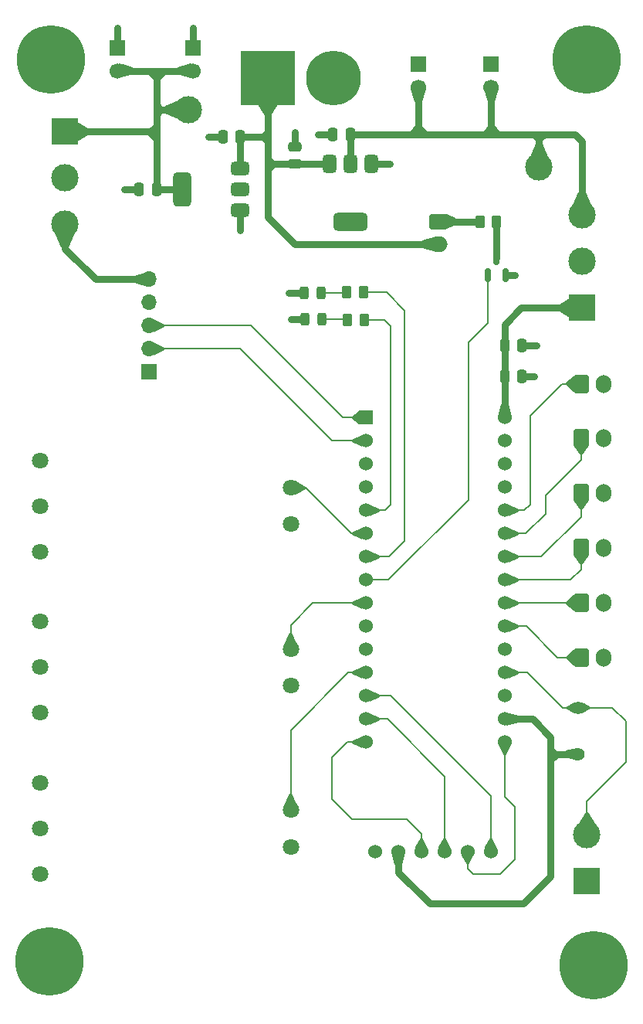
<source format=gbr>
%TF.GenerationSoftware,KiCad,Pcbnew,9.0.4*%
%TF.CreationDate,2025-09-20T14:11:16+05:30*%
%TF.ProjectId,FireSide v2.0,46697265-5369-4646-9520-76322e302e6b,rev?*%
%TF.SameCoordinates,Original*%
%TF.FileFunction,Copper,L1,Top*%
%TF.FilePolarity,Positive*%
%FSLAX46Y46*%
G04 Gerber Fmt 4.6, Leading zero omitted, Abs format (unit mm)*
G04 Created by KiCad (PCBNEW 9.0.4) date 2025-09-20 14:11:16*
%MOMM*%
%LPD*%
G01*
G04 APERTURE LIST*
G04 Aperture macros list*
%AMRoundRect*
0 Rectangle with rounded corners*
0 $1 Rounding radius*
0 $2 $3 $4 $5 $6 $7 $8 $9 X,Y pos of 4 corners*
0 Add a 4 corners polygon primitive as box body*
4,1,4,$2,$3,$4,$5,$6,$7,$8,$9,$2,$3,0*
0 Add four circle primitives for the rounded corners*
1,1,$1+$1,$2,$3*
1,1,$1+$1,$4,$5*
1,1,$1+$1,$6,$7*
1,1,$1+$1,$8,$9*
0 Add four rect primitives between the rounded corners*
20,1,$1+$1,$2,$3,$4,$5,0*
20,1,$1+$1,$4,$5,$6,$7,0*
20,1,$1+$1,$6,$7,$8,$9,0*
20,1,$1+$1,$8,$9,$2,$3,0*%
G04 Aperture macros list end*
%TA.AperFunction,ComponentPad*%
%ADD10C,1.800000*%
%TD*%
%TA.AperFunction,SMDPad,CuDef*%
%ADD11RoundRect,0.250000X0.250000X0.475000X-0.250000X0.475000X-0.250000X-0.475000X0.250000X-0.475000X0*%
%TD*%
%TA.AperFunction,ComponentPad*%
%ADD12C,7.500000*%
%TD*%
%TA.AperFunction,SMDPad,CuDef*%
%ADD13RoundRect,0.250000X0.475000X-0.250000X0.475000X0.250000X-0.475000X0.250000X-0.475000X-0.250000X0*%
%TD*%
%TA.AperFunction,SMDPad,CuDef*%
%ADD14RoundRect,0.375000X-0.375000X0.625000X-0.375000X-0.625000X0.375000X-0.625000X0.375000X0.625000X0*%
%TD*%
%TA.AperFunction,SMDPad,CuDef*%
%ADD15RoundRect,0.500000X-1.400000X0.500000X-1.400000X-0.500000X1.400000X-0.500000X1.400000X0.500000X0*%
%TD*%
%TA.AperFunction,ComponentPad*%
%ADD16RoundRect,0.250000X-0.600000X-0.750000X0.600000X-0.750000X0.600000X0.750000X-0.600000X0.750000X0*%
%TD*%
%TA.AperFunction,ComponentPad*%
%ADD17O,1.700000X2.000000*%
%TD*%
%TA.AperFunction,ComponentPad*%
%ADD18R,1.700000X1.700000*%
%TD*%
%TA.AperFunction,ComponentPad*%
%ADD19C,1.700000*%
%TD*%
%TA.AperFunction,ComponentPad*%
%ADD20RoundRect,0.250000X-0.750000X0.600000X-0.750000X-0.600000X0.750000X-0.600000X0.750000X0.600000X0*%
%TD*%
%TA.AperFunction,ComponentPad*%
%ADD21O,2.000000X1.700000*%
%TD*%
%TA.AperFunction,SMDPad,CuDef*%
%ADD22RoundRect,0.375000X0.625000X0.375000X-0.625000X0.375000X-0.625000X-0.375000X0.625000X-0.375000X0*%
%TD*%
%TA.AperFunction,SMDPad,CuDef*%
%ADD23RoundRect,0.500000X0.500000X1.400000X-0.500000X1.400000X-0.500000X-1.400000X0.500000X-1.400000X0*%
%TD*%
%TA.AperFunction,SMDPad,CuDef*%
%ADD24RoundRect,0.250000X-0.250000X-0.475000X0.250000X-0.475000X0.250000X0.475000X-0.250000X0.475000X0*%
%TD*%
%TA.AperFunction,SMDPad,CuDef*%
%ADD25RoundRect,0.243750X-0.243750X-0.456250X0.243750X-0.456250X0.243750X0.456250X-0.243750X0.456250X0*%
%TD*%
%TA.AperFunction,SMDPad,CuDef*%
%ADD26RoundRect,0.250000X0.262500X0.450000X-0.262500X0.450000X-0.262500X-0.450000X0.262500X-0.450000X0*%
%TD*%
%TA.AperFunction,ComponentPad*%
%ADD27C,1.524000*%
%TD*%
%TA.AperFunction,SMDPad,CuDef*%
%ADD28RoundRect,0.250000X-0.262500X-0.450000X0.262500X-0.450000X0.262500X0.450000X-0.262500X0.450000X0*%
%TD*%
%TA.AperFunction,ComponentPad*%
%ADD29C,1.400000*%
%TD*%
%TA.AperFunction,ComponentPad*%
%ADD30R,1.524000X1.524000*%
%TD*%
%TA.AperFunction,ComponentPad*%
%ADD31R,3.000000X3.000000*%
%TD*%
%TA.AperFunction,ComponentPad*%
%ADD32C,3.000000*%
%TD*%
%TA.AperFunction,ComponentPad*%
%ADD33C,6.000000*%
%TD*%
%TA.AperFunction,ComponentPad*%
%ADD34R,6.000000X6.000000*%
%TD*%
%TA.AperFunction,SMDPad,CuDef*%
%ADD35RoundRect,0.150000X0.150000X-0.587500X0.150000X0.587500X-0.150000X0.587500X-0.150000X-0.587500X0*%
%TD*%
%TA.AperFunction,ComponentPad*%
%ADD36O,1.700000X1.700000*%
%TD*%
%TA.AperFunction,ViaPad*%
%ADD37C,0.600000*%
%TD*%
%TA.AperFunction,Conductor*%
%ADD38C,0.800000*%
%TD*%
%TA.AperFunction,Conductor*%
%ADD39C,0.200000*%
%TD*%
G04 APERTURE END LIST*
D10*
%TO.P,U5,1,GND*%
%TO.N,GND*%
X106500000Y-87180000D03*
%TO.P,U5,2,PWM*%
%TO.N,PWM_D4184-1*%
X106500000Y-83180000D03*
%TO.P,U5,3,-*%
%TO.N,unconnected-(U5---Pad3)*%
X79000000Y-90180000D03*
%TO.P,U5,4,LOAD*%
%TO.N,unconnected-(U5-LOAD-Pad4)*%
X79000000Y-85180000D03*
%TO.P,U5,5,+*%
%TO.N,unconnected-(U5-+-Pad5)*%
X79000000Y-80180000D03*
%TD*%
D11*
%TO.P,C2,1*%
%TO.N,VI*%
X100950000Y-44750000D03*
%TO.P,C2,2*%
%TO.N,GND*%
X99050000Y-44750000D03*
%TD*%
D12*
%TO.P,H2,1,1*%
%TO.N,GND*%
X80050400Y-135100800D03*
%TD*%
%TO.P,H3,1,1*%
%TO.N,GND*%
X80250000Y-36250000D03*
%TD*%
D13*
%TO.P,C3,1*%
%TO.N,VI*%
X106950000Y-47700000D03*
%TO.P,C3,2*%
%TO.N,GND*%
X106950000Y-45800000D03*
%TD*%
D14*
%TO.P,U4,1,GND*%
%TO.N,GND*%
X115350000Y-47700000D03*
%TO.P,U4,2,VO*%
%TO.N,5V*%
X113050000Y-47700000D03*
D15*
X113050000Y-54000000D03*
D14*
%TO.P,U4,3,VI*%
%TO.N,VI*%
X110750000Y-47700000D03*
%TD*%
D16*
%TO.P,J4,1,Pin_1*%
%TO.N,A4*%
X138352799Y-83781199D03*
D17*
%TO.P,J4,2,Pin_2*%
%TO.N,GND*%
X140852799Y-83781199D03*
%TD*%
D18*
%TO.P,J12,1,Pin_1*%
%TO.N,GND*%
X87500000Y-34958563D03*
D19*
%TO.P,J12,2,Pin_2*%
%TO.N,3.3V*%
X87500000Y-37498563D03*
%TD*%
D20*
%TO.P,J10,1,Pin_1*%
%TO.N,Net-(J10-Pin_1)*%
X122750000Y-54000000D03*
D21*
%TO.P,J10,2,Pin_2*%
%TO.N,VI*%
X122750000Y-56500000D03*
%TD*%
D22*
%TO.P,U1,1,GND*%
%TO.N,GND*%
X100941768Y-52760400D03*
%TO.P,U1,2,VO*%
%TO.N,3.3V*%
X100941768Y-50460400D03*
D23*
X94641768Y-50460400D03*
D22*
%TO.P,U1,3,VI*%
%TO.N,VI*%
X100941768Y-48160400D03*
%TD*%
D18*
%TO.P,J8,1,Pin_1*%
%TO.N,GND*%
X120500000Y-36725000D03*
D19*
%TO.P,J8,2,Pin_2*%
%TO.N,5V*%
X120500000Y-39265000D03*
%TD*%
D24*
%TO.P,C6,1*%
%TO.N,5Vin*%
X129989181Y-70987836D03*
%TO.P,C6,2*%
%TO.N,GND*%
X131889181Y-70987836D03*
%TD*%
D25*
%TO.P,D1,1,K*%
%TO.N,GND*%
X107984100Y-61787676D03*
%TO.P,D1,2,A*%
%TO.N,Net-(D1-A)*%
X109859100Y-61787676D03*
%TD*%
D26*
%TO.P,R4,1*%
%TO.N,Net-(Q1-C)*%
X129075000Y-54000000D03*
%TO.P,R4,2*%
%TO.N,Net-(J10-Pin_1)*%
X127250000Y-54000000D03*
%TD*%
D11*
%TO.P,C4,1*%
%TO.N,3.3V*%
X91791212Y-50463737D03*
%TO.P,C4,2*%
%TO.N,GND*%
X89891212Y-50463737D03*
%TD*%
D12*
%TO.P,H1,1,1*%
%TO.N,GND*%
X139750000Y-135500000D03*
%TD*%
D16*
%TO.P,J5,1,Pin_1*%
%TO.N,A5*%
X138352799Y-77781199D03*
D17*
%TO.P,J5,2,Pin_2*%
%TO.N,GND*%
X140852799Y-77781199D03*
%TD*%
D27*
%TO.P,U8,1,CS*%
%TO.N,CS_SD*%
X128450000Y-123000000D03*
%TO.P,U8,2,SCK*%
%TO.N,SCK_SD*%
X125910000Y-123000000D03*
%TO.P,U8,3,MOSI*%
%TO.N,MOSI_SD*%
X123370000Y-123000000D03*
%TO.P,U8,4,MISO*%
%TO.N,MISO_SD*%
X120830000Y-123000000D03*
%TO.P,U8,5,VCC*%
%TO.N,3.3V_STM*%
X118290000Y-123000000D03*
%TO.P,U8,6,GND*%
%TO.N,GND*%
X115750000Y-123000000D03*
%TD*%
D28*
%TO.P,R3,1*%
%TO.N,Net-(D2-A)*%
X112750000Y-64750000D03*
%TO.P,R3,2*%
%TO.N,LAUNCH_LED*%
X114575000Y-64750000D03*
%TD*%
D25*
%TO.P,D2,1,K*%
%TO.N,GND*%
X108021777Y-64703033D03*
%TO.P,D2,2,A*%
%TO.N,Net-(D2-A)*%
X109896777Y-64703033D03*
%TD*%
D10*
%TO.P,U7,1,GND*%
%TO.N,GND*%
X106500000Y-122500000D03*
%TO.P,U7,2,PWM*%
%TO.N,PWM_D4184-3*%
X106500000Y-118500000D03*
%TO.P,U7,3,-*%
%TO.N,unconnected-(U7---Pad3)*%
X79000000Y-125500000D03*
%TO.P,U7,4,LOAD*%
%TO.N,unconnected-(U7-LOAD-Pad4)*%
X79000000Y-120500000D03*
%TO.P,U7,5,+*%
%TO.N,unconnected-(U7-+-Pad5)*%
X79000000Y-115500000D03*
%TD*%
D29*
%TO.P,R2,1*%
%TO.N,3.3V_STM*%
X138050400Y-112350800D03*
%TO.P,R2,2*%
%TO.N,A_THERM*%
X138050400Y-107270800D03*
%TD*%
D11*
%TO.P,C1,1*%
%TO.N,5V*%
X113046508Y-44460665D03*
%TO.P,C1,2*%
%TO.N,GND*%
X111146508Y-44460665D03*
%TD*%
D30*
%TO.P,U9,CN3_1,PA9/D1*%
%TO.N,RX_RYLR*%
X114750000Y-75500000D03*
D27*
%TO.P,U9,CN3_2,PA10/D0*%
%TO.N,TX_RYLR*%
X114750000Y-78040000D03*
%TO.P,U9,CN3_3,~{RST}_CN3*%
%TO.N,unconnected-(U9-~{RST}_CN3-PadCN3_3)*%
X114750000Y-80580000D03*
%TO.P,U9,CN3_4,GND_CN3*%
%TO.N,GND*%
X114750000Y-83120000D03*
%TO.P,U9,CN3_5,PA12/D2*%
%TO.N,LAUNCH_LED*%
X114750000Y-85660000D03*
%TO.P,U9,CN3_6,PB0/D3*%
%TO.N,PWM_D4184-1*%
X114750000Y-88200000D03*
%TO.P,U9,CN3_7,PB7/D4*%
%TO.N,ARM_LED*%
X114750000Y-90740000D03*
%TO.P,U9,CN3_8,PB6/D5*%
%TO.N,STATUS_PIN*%
X114750000Y-93280000D03*
%TO.P,U9,CN3_9,PB1/D6*%
%TO.N,PWM_D4184-2*%
X114750000Y-95820000D03*
%TO.P,U9,CN3_10,PC14/D7*%
%TO.N,unconnected-(U9-PC14{slash}D7-PadCN3_10)*%
X114750000Y-98360000D03*
%TO.P,U9,CN3_11,PC15/D8*%
%TO.N,unconnected-(U9-PC15{slash}D8-PadCN3_11)*%
X114750000Y-100900000D03*
%TO.P,U9,CN3_12,PA8/D9*%
%TO.N,PWM_D4184-3*%
X114750000Y-103440000D03*
%TO.P,U9,CN3_13,PA11/D10*%
%TO.N,CS_SD*%
X114750000Y-105980000D03*
%TO.P,U9,CN3_14,PB5/D11*%
%TO.N,MOSI_SD*%
X114750000Y-108520000D03*
%TO.P,U9,CN3_15,PB4/D12*%
%TO.N,MISO_SD*%
X114750000Y-111060000D03*
%TO.P,U9,CN4_1,VIN*%
%TO.N,5Vin*%
X129990000Y-75500000D03*
%TO.P,U9,CN4_2,GND_CN4*%
%TO.N,unconnected-(U9-GND_CN4-PadCN4_2)*%
X129990000Y-78040000D03*
%TO.P,U9,CN4_3,~{RST}_CN4*%
%TO.N,unconnected-(U9-~{RST}_CN4-PadCN4_3)*%
X129990000Y-80580000D03*
%TO.P,U9,CN4_4,+5V*%
%TO.N,unconnected-(U9-+5V-PadCN4_4)*%
X129990000Y-83120000D03*
%TO.P,U9,CN4_5,PA2/A7*%
%TO.N,A6*%
X129990000Y-85660000D03*
%TO.P,U9,CN4_6,PA7/A6*%
%TO.N,A5*%
X129990000Y-88200000D03*
%TO.P,U9,CN4_7,PA6/A5*%
%TO.N,A4*%
X129990000Y-90740000D03*
%TO.P,U9,CN4_8,PA5/A4*%
%TO.N,A3*%
X129990000Y-93280000D03*
%TO.P,U9,CN4_9,PA4/A3*%
%TO.N,A2*%
X129990000Y-95820000D03*
%TO.P,U9,CN4_10,PA3/A2*%
%TO.N,A1*%
X129990000Y-98360000D03*
%TO.P,U9,CN4_11,PA1/A1*%
%TO.N,unconnected-(U9-PA1{slash}A1-PadCN4_11)*%
X129990000Y-100900000D03*
%TO.P,U9,CN4_12,PA0/A0*%
%TO.N,A_THERM*%
X129990000Y-103440000D03*
%TO.P,U9,CN4_13,AREF*%
%TO.N,unconnected-(U9-AREF-PadCN4_13)*%
X129990000Y-105980000D03*
%TO.P,U9,CN4_14,+3V3*%
%TO.N,3.3V_STM*%
X129990000Y-108520000D03*
%TO.P,U9,CN4_15,PB3/D13*%
%TO.N,SCK_SD*%
X129990000Y-111060000D03*
%TD*%
D31*
%TO.P,J14,1,Pin_1*%
%TO.N,GND*%
X139000000Y-126250000D03*
D32*
%TO.P,J14,2,Pin_2*%
%TO.N,A_THERM*%
X139000000Y-121170000D03*
%TD*%
D18*
%TO.P,J7,1,Pin_1*%
%TO.N,GND*%
X128500000Y-36725000D03*
D19*
%TO.P,J7,2,Pin_2*%
%TO.N,5V*%
X128500000Y-39265000D03*
%TD*%
D10*
%TO.P,U6,1,GND*%
%TO.N,GND*%
X106500000Y-104840000D03*
%TO.P,U6,2,PWM*%
%TO.N,PWM_D4184-2*%
X106500000Y-100840000D03*
%TO.P,U6,3,-*%
%TO.N,unconnected-(U6---Pad3)*%
X79000000Y-107840000D03*
%TO.P,U6,4,LOAD*%
%TO.N,unconnected-(U6-LOAD-Pad4)*%
X79000000Y-102840000D03*
%TO.P,U6,5,+*%
%TO.N,unconnected-(U6-+-Pad5)*%
X79000000Y-97840000D03*
%TD*%
D18*
%TO.P,J11,1,Pin_1*%
%TO.N,GND*%
X95750000Y-34960000D03*
D19*
%TO.P,J11,2,Pin_2*%
%TO.N,3.3V*%
X95750000Y-37500000D03*
%TD*%
D24*
%TO.P,C5,1*%
%TO.N,5Vin*%
X129993152Y-67558421D03*
%TO.P,C5,2*%
%TO.N,GND*%
X131893152Y-67558421D03*
%TD*%
D16*
%TO.P,J2,1,Pin_1*%
%TO.N,A2*%
X138352799Y-95781199D03*
D17*
%TO.P,J2,2,Pin_2*%
%TO.N,GND*%
X140852799Y-95781199D03*
%TD*%
D33*
%TO.P,U3,N,NEG*%
%TO.N,GND*%
X111200000Y-38312500D03*
D34*
%TO.P,U3,P,POS*%
%TO.N,VI*%
X104000000Y-38312500D03*
%TD*%
D32*
%TO.P,TP2,1,1*%
%TO.N,3.3V*%
X95250000Y-41750000D03*
%TD*%
D28*
%TO.P,R1,1*%
%TO.N,Net-(D1-A)*%
X112675000Y-61750000D03*
%TO.P,R1,2*%
%TO.N,ARM_LED*%
X114500000Y-61750000D03*
%TD*%
D16*
%TO.P,J1,1,Pin_1*%
%TO.N,A1*%
X138352799Y-101781199D03*
D17*
%TO.P,J1,2,Pin_2*%
%TO.N,GND*%
X140852799Y-101781199D03*
%TD*%
D32*
%TO.P,TP1,1,1*%
%TO.N,5V*%
X133750000Y-48000000D03*
%TD*%
D12*
%TO.P,H4,1,1*%
%TO.N,GND*%
X139000000Y-36250000D03*
%TD*%
D16*
%TO.P,J6,1,Pin_1*%
%TO.N,A6*%
X138352799Y-71781199D03*
D17*
%TO.P,J6,2,Pin_2*%
%TO.N,GND*%
X140852799Y-71781199D03*
%TD*%
D31*
%TO.P,J13,1,Pin_1*%
%TO.N,5Vin*%
X138477718Y-63464391D03*
D32*
%TO.P,J13,2,Pin_2*%
%TO.N,GND*%
X138477718Y-58384391D03*
%TO.P,J13,3,Pin_3*%
%TO.N,5V*%
X138477718Y-53304391D03*
%TD*%
D16*
%TO.P,J3,1,Pin_1*%
%TO.N,A3*%
X138352799Y-89781199D03*
D17*
%TO.P,J3,2,Pin_2*%
%TO.N,GND*%
X140852799Y-89781199D03*
%TD*%
D31*
%TO.P,J9,1,Pin_1*%
%TO.N,3.3V*%
X81750000Y-44170000D03*
D32*
%TO.P,J9,2,Pin_2*%
%TO.N,GND*%
X81750000Y-49250000D03*
%TO.P,J9,3,Pin_3*%
%TO.N,3.3Vin*%
X81750000Y-54330000D03*
%TD*%
D35*
%TO.P,Q1,1,B*%
%TO.N,STATUS_PIN*%
X128134612Y-59850250D03*
%TO.P,Q1,2,E*%
%TO.N,GND*%
X130034612Y-59850250D03*
%TO.P,Q1,3,C*%
%TO.N,Net-(Q1-C)*%
X129084612Y-57975250D03*
%TD*%
D36*
%TO.P,U2,1,VDD*%
%TO.N,3.3Vin*%
X91000000Y-60340000D03*
%TO.P,U2,2,RST*%
%TO.N,unconnected-(U2-RST-Pad2)*%
X91000000Y-62880000D03*
%TO.P,U2,3,RXD*%
%TO.N,RX_RYLR*%
X91000000Y-65420000D03*
%TO.P,U2,4,TXD*%
%TO.N,TX_RYLR*%
X91000000Y-67960000D03*
D18*
%TO.P,U2,5,GND*%
%TO.N,GND*%
X91000000Y-70500000D03*
%TD*%
D37*
%TO.N,GND*%
X131100250Y-59850250D03*
X109539335Y-44460665D03*
X106287676Y-61787676D03*
X106546967Y-64703033D03*
X95750000Y-32823462D03*
X106950000Y-44250000D03*
X88286263Y-50463737D03*
X133250000Y-71000000D03*
X87500000Y-32823463D03*
X97500000Y-44750000D03*
X100941768Y-54941768D03*
X117367769Y-47700000D03*
X133441579Y-67558421D03*
%TD*%
D38*
%TO.N,GND*%
X87500000Y-34958563D02*
X87500000Y-32823463D01*
X115350000Y-47700000D02*
X117367769Y-47700000D01*
X89891212Y-50463737D02*
X88286263Y-50463737D01*
X106950000Y-45800000D02*
X106950000Y-44250000D01*
X130034612Y-59850250D02*
X131100250Y-59850250D01*
X99050000Y-44750000D02*
X97500000Y-44750000D01*
X131893152Y-67558421D02*
X133441579Y-67558421D01*
X108021777Y-64703033D02*
X106546967Y-64703033D01*
X95750000Y-34960000D02*
X95750000Y-32823462D01*
X107984100Y-61787676D02*
X106287676Y-61787676D01*
X111146508Y-44460665D02*
X109539335Y-44460665D01*
X131889181Y-70987836D02*
X133237836Y-70987836D01*
X100941768Y-52760400D02*
X100941768Y-54941768D01*
%TO.N,5V*%
X134500000Y-44460665D02*
X137710665Y-44460665D01*
X113050000Y-44464157D02*
X113046508Y-44460665D01*
X128500000Y-44460665D02*
X129250000Y-44460665D01*
X128500000Y-43750000D02*
X128460665Y-43750000D01*
X120539335Y-43750000D02*
X121250000Y-44460665D01*
X128460665Y-43750000D02*
X127750000Y-44460665D01*
X113046508Y-44460665D02*
X119750000Y-44460665D01*
X120460665Y-43750000D02*
X119750000Y-44460665D01*
X120500000Y-43750000D02*
X120500000Y-44460665D01*
X120500000Y-39265000D02*
X120500000Y-43750000D01*
X129250000Y-44460665D02*
X133250000Y-44460665D01*
X133250000Y-44460665D02*
X133250000Y-44500000D01*
X113050000Y-47700000D02*
X113050000Y-44464157D01*
X138477718Y-45227718D02*
X138477718Y-53304391D01*
X133250000Y-44460665D02*
X133750000Y-44460665D01*
X133250000Y-44500000D02*
X133750000Y-45000000D01*
X134289335Y-44460665D02*
X133750000Y-45000000D01*
X134500000Y-44460665D02*
X134289335Y-44460665D01*
X121250000Y-44460665D02*
X127750000Y-44460665D01*
X137710665Y-44460665D02*
X138477718Y-45227718D01*
X120500000Y-43750000D02*
X120539335Y-43750000D01*
X127750000Y-44460665D02*
X128500000Y-44460665D01*
X128500000Y-43750000D02*
X128539335Y-43750000D01*
X120500000Y-44460665D02*
X121250000Y-44460665D01*
X128500000Y-43750000D02*
X128500000Y-44460665D01*
X119750000Y-44460665D02*
X120500000Y-44460665D01*
X133750000Y-45000000D02*
X133750000Y-44460665D01*
X138475472Y-53306637D02*
X138477718Y-53304391D01*
X128500000Y-39265000D02*
X128500000Y-43750000D01*
X133750000Y-48000000D02*
X133750000Y-45000000D01*
X133750000Y-44460665D02*
X134500000Y-44460665D01*
X128539335Y-43750000D02*
X129250000Y-44460665D01*
X120500000Y-43750000D02*
X120460665Y-43750000D01*
%TO.N,VI*%
X104500000Y-47750000D02*
X104000000Y-48250000D01*
X103500000Y-44750000D02*
X100950000Y-44750000D01*
X104000000Y-44750000D02*
X104000000Y-45500000D01*
X104000000Y-47250000D02*
X104000000Y-47750000D01*
X104000000Y-44250000D02*
X103500000Y-44750000D01*
X104000000Y-38312500D02*
X104000000Y-44000000D01*
X106950000Y-47700000D02*
X104500000Y-47700000D01*
X104000000Y-47250000D02*
X104050000Y-47250000D01*
X100950000Y-48152168D02*
X100941768Y-48160400D01*
X104050000Y-47250000D02*
X104500000Y-47700000D01*
X100950000Y-44750000D02*
X100950000Y-48152168D01*
X122750000Y-56500000D02*
X107000000Y-56500000D01*
X104000000Y-47750000D02*
X104000000Y-48250000D01*
X104000000Y-44000000D02*
X104000000Y-44250000D01*
X104000000Y-46250000D02*
X104000000Y-46750000D01*
X104000000Y-44750000D02*
X103500000Y-44750000D01*
X104050000Y-47700000D02*
X104000000Y-47750000D01*
X103500000Y-44750000D02*
X104000000Y-45250000D01*
X104000000Y-44000000D02*
X104000000Y-44750000D01*
X104000000Y-45250000D02*
X104000000Y-45500000D01*
X107000000Y-56500000D02*
X104000000Y-53500000D01*
X104000000Y-45500000D02*
X104000000Y-46250000D01*
X104500000Y-47700000D02*
X104050000Y-47700000D01*
X104000000Y-46750000D02*
X104000000Y-47250000D01*
X104500000Y-47700000D02*
X104500000Y-47750000D01*
X104000000Y-53500000D02*
X104000000Y-48250000D01*
X106950000Y-47700000D02*
X110750000Y-47700000D01*
D39*
%TO.N,A1*%
X135781199Y-101781199D02*
X138352799Y-101781199D01*
X132360000Y-98360000D02*
X135781199Y-101781199D01*
X129990000Y-98360000D02*
X132360000Y-98360000D01*
%TO.N,A2*%
X138313998Y-95820000D02*
X138352799Y-95781199D01*
X129990000Y-95820000D02*
X138313998Y-95820000D01*
%TO.N,A3*%
X138352799Y-92147201D02*
X137220000Y-93280000D01*
X137220000Y-93280000D02*
X129990000Y-93280000D01*
X138352799Y-92147201D02*
X138352799Y-92000000D01*
X138352799Y-92000000D02*
X138352799Y-89781199D01*
%TO.N,A4*%
X138343198Y-83790800D02*
X138352799Y-83781199D01*
X138352799Y-86397201D02*
X138352799Y-83781199D01*
X134010000Y-90740000D02*
X129990000Y-90740000D01*
X138352799Y-86397201D02*
X134010000Y-90740000D01*
%TO.N,A5*%
X138352799Y-77781199D02*
X138352799Y-80147201D01*
X138352799Y-80147201D02*
X134500000Y-84000000D01*
X134500000Y-86000000D02*
X132300000Y-88200000D01*
X132300000Y-88200000D02*
X129990000Y-88200000D01*
X134500000Y-84000000D02*
X134500000Y-86000000D01*
D38*
%TO.N,3.3V*%
X95250000Y-41750000D02*
X92250000Y-41750000D01*
X91000000Y-37498563D02*
X91750000Y-37498563D01*
X92542649Y-37498563D02*
X91791212Y-38250000D01*
X91039775Y-37498563D02*
X91791212Y-38250000D01*
X91791212Y-50463737D02*
X94638431Y-50463737D01*
X91791212Y-41250000D02*
X91791212Y-38250000D01*
X87500000Y-37498563D02*
X91000000Y-37498563D01*
X92750000Y-37498563D02*
X92542649Y-37498563D01*
X92750000Y-37498563D02*
X95748563Y-37498563D01*
X92250000Y-41750000D02*
X92250000Y-41791212D01*
X91791212Y-45000000D02*
X91791212Y-44250000D01*
X90750000Y-44170000D02*
X91121212Y-44170000D01*
X91791212Y-41250000D02*
X91791212Y-41291212D01*
X91791212Y-37539775D02*
X91750000Y-37498563D01*
X92250000Y-41750000D02*
X91791212Y-41750000D01*
X91121212Y-44170000D02*
X91791212Y-43500000D01*
X91791212Y-43500000D02*
X91791212Y-42250000D01*
X91791212Y-41750000D02*
X91791212Y-41250000D01*
X92250000Y-41791212D02*
X91791212Y-42250000D01*
X81750000Y-44170000D02*
X90750000Y-44170000D01*
X91711212Y-44170000D02*
X91791212Y-44250000D01*
X90750000Y-44170000D02*
X90961212Y-44170000D01*
X91791212Y-38250000D02*
X91791212Y-37539775D01*
X91791212Y-42250000D02*
X91791212Y-41750000D01*
X91791212Y-41291212D02*
X92250000Y-41750000D01*
X91000000Y-37498563D02*
X91039775Y-37498563D01*
X91791212Y-50463737D02*
X91791212Y-45000000D01*
X95748563Y-37498563D02*
X95750000Y-37500000D01*
X90750000Y-44170000D02*
X91711212Y-44170000D01*
X91750000Y-37498563D02*
X92750000Y-37498563D01*
X90961212Y-44170000D02*
X91791212Y-45000000D01*
X94638431Y-50463737D02*
X94641768Y-50460400D01*
X91791212Y-44250000D02*
X91791212Y-43500000D01*
D39*
%TO.N,CS_SD*%
X117480000Y-105980000D02*
X114750000Y-105980000D01*
X128450000Y-123000000D02*
X128450000Y-116950000D01*
X128450000Y-116950000D02*
X117480000Y-105980000D01*
%TO.N,PWM_D4184-2*%
X106500000Y-98250000D02*
X108930000Y-95820000D01*
X108930000Y-95820000D02*
X114750000Y-95820000D01*
X106500000Y-100840000D02*
X106500000Y-98250000D01*
%TO.N,RX_RYLR*%
X112250000Y-75500000D02*
X114750000Y-75500000D01*
X91000000Y-65420000D02*
X102170000Y-65420000D01*
X102170000Y-65420000D02*
X112250000Y-75500000D01*
%TO.N,TX_RYLR*%
X111040000Y-78040000D02*
X114750000Y-78040000D01*
X91000000Y-67960000D02*
X100960000Y-67960000D01*
X100960000Y-67960000D02*
X111040000Y-78040000D01*
%TO.N,MOSI_SD*%
X114750000Y-108520000D02*
X117082075Y-108520000D01*
X123370000Y-114807925D02*
X123370000Y-123000000D01*
X117082075Y-108520000D02*
X123370000Y-114807925D01*
%TO.N,SCK_SD*%
X131125000Y-123875000D02*
X129500000Y-125500000D01*
X129990000Y-111060000D02*
X129990000Y-116990000D01*
X129500000Y-125500000D02*
X126500000Y-125500000D01*
X131125000Y-118125000D02*
X131125000Y-123875000D01*
X129990000Y-116990000D02*
X131125000Y-118125000D01*
X125910000Y-124910000D02*
X125910000Y-123000000D01*
X126500000Y-125500000D02*
X125910000Y-124910000D01*
%TO.N,MISO_SD*%
X114750000Y-111060000D02*
X112690000Y-111060000D01*
X112690000Y-111060000D02*
X111000000Y-112750000D01*
X119250000Y-119500000D02*
X120830000Y-121080000D01*
X113250000Y-119500000D02*
X119250000Y-119500000D01*
X111000000Y-117250000D02*
X113250000Y-119500000D01*
X111000000Y-112750000D02*
X111000000Y-117250000D01*
X120830000Y-121080000D02*
X120830000Y-123000000D01*
%TO.N,PWM_D4184-1*%
X106500000Y-83180000D02*
X108132924Y-83180000D01*
X113152924Y-88200000D02*
X114750000Y-88200000D01*
X108132924Y-83180000D02*
X113152924Y-88200000D01*
%TO.N,PWM_D4184-3*%
X106500000Y-109750000D02*
X112810000Y-103440000D01*
X112810000Y-103440000D02*
X114750000Y-103440000D01*
X106500000Y-118500000D02*
X106500000Y-109750000D01*
D38*
%TO.N,5Vin*%
X131785609Y-63464391D02*
X129993152Y-65256848D01*
X129993152Y-70983865D02*
X129989181Y-70987836D01*
X129993152Y-67558421D02*
X129993152Y-70983865D01*
X129989181Y-75499181D02*
X129990000Y-75500000D01*
X129993152Y-65256848D02*
X129993152Y-67558421D01*
X129989181Y-70987836D02*
X129989181Y-75499181D01*
X138477718Y-63464391D02*
X131785609Y-63464391D01*
D39*
%TO.N,A6*%
X132090000Y-85660000D02*
X129990000Y-85660000D01*
X136218801Y-71781199D02*
X132750000Y-75250000D01*
X138352799Y-71781199D02*
X136218801Y-71781199D01*
X132750000Y-75250000D02*
X132750000Y-85000000D01*
X132750000Y-85000000D02*
X132090000Y-85660000D01*
%TO.N,A_THERM*%
X139000000Y-121170000D02*
X139000000Y-117500000D01*
X139000000Y-117500000D02*
X143250000Y-113250000D01*
X136316800Y-107270800D02*
X138050400Y-107270800D01*
X143250000Y-113250000D02*
X143250000Y-108750000D01*
X132486000Y-103440000D02*
X136316800Y-107270800D01*
X143250000Y-108750000D02*
X141770800Y-107270800D01*
X141770800Y-107270800D02*
X138050400Y-107270800D01*
X129990000Y-103440000D02*
X132486000Y-103440000D01*
D38*
%TO.N,Net-(J10-Pin_1)*%
X122750000Y-54000000D02*
X127250000Y-54000000D01*
%TO.N,3.3V_STM*%
X135000000Y-110500000D02*
X135000000Y-111750000D01*
X135500000Y-112350800D02*
X135500000Y-112500000D01*
X135500000Y-112500000D02*
X135000000Y-113000000D01*
X135000000Y-113000000D02*
X135000000Y-125750000D01*
X135000000Y-112250000D02*
X135000000Y-113000000D01*
X118290000Y-125290000D02*
X118290000Y-123000000D01*
X133020000Y-108520000D02*
X135000000Y-110500000D01*
X132000000Y-128750000D02*
X121750000Y-128750000D01*
X138050400Y-112350800D02*
X135500000Y-112350800D01*
X129990000Y-108520000D02*
X133020000Y-108520000D01*
X135000000Y-111850800D02*
X135500000Y-112350800D01*
X121750000Y-128750000D02*
X118290000Y-125290000D01*
X135000000Y-111750000D02*
X135000000Y-112250000D01*
X135000000Y-111750000D02*
X135000000Y-111850800D01*
X135500000Y-112350800D02*
X135100800Y-112350800D01*
X135100800Y-112350800D02*
X135000000Y-112250000D01*
X135000000Y-125750000D02*
X132000000Y-128750000D01*
%TO.N,3.3Vin*%
X81750000Y-57000000D02*
X85090000Y-60340000D01*
X85090000Y-60340000D02*
X91000000Y-60340000D01*
X81750000Y-54330000D02*
X81750000Y-57000000D01*
D39*
%TO.N,Net-(D1-A)*%
X109859100Y-61787676D02*
X112637324Y-61787676D01*
X112637324Y-61787676D02*
X112675000Y-61750000D01*
X112412676Y-61787676D02*
X112425000Y-61800000D01*
%TO.N,Net-(D2-A)*%
X109896777Y-64703033D02*
X112703033Y-64703033D01*
X112402641Y-64703033D02*
X112414382Y-64691292D01*
X112703033Y-64703033D02*
X112750000Y-64750000D01*
%TO.N,ARM_LED*%
X119000000Y-89000000D02*
X117260000Y-90740000D01*
X119000000Y-63750000D02*
X119000000Y-89000000D01*
X114500000Y-61750000D02*
X117000000Y-61750000D01*
X117000000Y-61750000D02*
X119000000Y-63750000D01*
X117260000Y-90740000D02*
X114750000Y-90740000D01*
%TO.N,LAUNCH_LED*%
X117500000Y-85000000D02*
X116840000Y-85660000D01*
X117500000Y-65500000D02*
X117500000Y-85000000D01*
X114575000Y-64750000D02*
X116750000Y-64750000D01*
X116840000Y-85660000D02*
X114750000Y-85660000D01*
X116750000Y-64750000D02*
X117500000Y-65500000D01*
D38*
%TO.N,Net-(Q1-C)*%
X129075000Y-57965638D02*
X129084612Y-57975250D01*
X129075000Y-54000000D02*
X129075000Y-57965638D01*
D39*
%TO.N,STATUS_PIN*%
X117220000Y-93280000D02*
X114750000Y-93280000D01*
X126000000Y-84500000D02*
X117220000Y-93280000D01*
X126000000Y-67250000D02*
X126000000Y-84500000D01*
X128134612Y-59850250D02*
X128134612Y-65115388D01*
X128134612Y-65115388D02*
X126000000Y-67250000D01*
%TD*%
%TA.AperFunction,Conductor*%
%TO.N,A_THERM*%
G36*
X137667158Y-106697216D02*
G01*
X138047037Y-107264288D01*
X138048795Y-107273069D01*
X138047037Y-107277312D01*
X137667158Y-107844383D01*
X137659707Y-107849349D01*
X137652348Y-107848406D01*
X136670460Y-107373993D01*
X136664502Y-107367308D01*
X136663850Y-107363458D01*
X136663850Y-107178141D01*
X136667277Y-107169868D01*
X136670458Y-107167606D01*
X137652348Y-106693192D01*
X137661288Y-106692680D01*
X137667158Y-106697216D01*
G37*
%TD.AperFunction*%
%TD*%
%TA.AperFunction,Conductor*%
%TO.N,CS_SD*%
G36*
X115182527Y-105350931D02*
G01*
X116252817Y-105876786D01*
X116258732Y-105883510D01*
X116259358Y-105887287D01*
X116259358Y-106072712D01*
X116255931Y-106080985D01*
X116252817Y-106083213D01*
X115182530Y-106609067D01*
X115173594Y-106609640D01*
X115167650Y-106605077D01*
X114753359Y-105986509D01*
X114751603Y-105977730D01*
X114753358Y-105973492D01*
X115167651Y-105354921D01*
X115175101Y-105349955D01*
X115182527Y-105350931D01*
G37*
%TD.AperFunction*%
%TD*%
%TA.AperFunction,Conductor*%
%TO.N,PWM_D4184-2*%
G36*
X106601077Y-99060720D02*
G01*
X106603246Y-99063715D01*
X107243652Y-100330747D01*
X107244326Y-100339677D01*
X107239719Y-100345747D01*
X106506509Y-100836642D01*
X106497728Y-100838397D01*
X106493491Y-100836642D01*
X105760280Y-100345747D01*
X105755312Y-100338297D01*
X105756347Y-100330747D01*
X106396754Y-99063715D01*
X106403544Y-99057877D01*
X106407196Y-99057293D01*
X106592804Y-99057293D01*
X106601077Y-99060720D01*
G37*
%TD.AperFunction*%
%TD*%
%TA.AperFunction,Conductor*%
%TO.N,3.3V*%
G36*
X87678024Y-36668381D02*
G01*
X88070683Y-36780568D01*
X89175181Y-37096138D01*
X89182195Y-37101706D01*
X89183667Y-37107388D01*
X89183667Y-37889737D01*
X89180240Y-37898010D01*
X89175181Y-37900987D01*
X87678024Y-38328744D01*
X87669128Y-38327722D01*
X87663560Y-38320708D01*
X87663340Y-38319804D01*
X87499459Y-37500856D01*
X87499459Y-37496267D01*
X87663338Y-36677333D01*
X87668321Y-36669895D01*
X87677106Y-36668158D01*
X87678024Y-36668381D01*
G37*
%TD.AperFunction*%
%TD*%
%TA.AperFunction,Conductor*%
%TO.N,SCK_SD*%
G36*
X129996507Y-111063358D02*
G01*
X130615077Y-111477650D01*
X130620044Y-111485101D01*
X130619067Y-111492530D01*
X130093214Y-112562817D01*
X130086490Y-112568732D01*
X130082713Y-112569358D01*
X129897287Y-112569358D01*
X129889014Y-112565931D01*
X129886786Y-112562817D01*
X129360931Y-111492528D01*
X129360359Y-111483594D01*
X129364920Y-111477651D01*
X129983490Y-111063359D01*
X129992270Y-111061603D01*
X129996507Y-111063358D01*
G37*
%TD.AperFunction*%
%TD*%
%TA.AperFunction,Conductor*%
%TO.N,VI*%
G36*
X104010464Y-38343277D02*
G01*
X104011100Y-38344811D01*
X104998298Y-41307394D01*
X104997662Y-41316326D01*
X104997231Y-41317113D01*
X104403408Y-42306820D01*
X104396213Y-42312151D01*
X104393375Y-42312500D01*
X103606625Y-42312500D01*
X103598352Y-42309073D01*
X103596592Y-42306820D01*
X103002768Y-41317113D01*
X103001450Y-41308255D01*
X103001701Y-41307394D01*
X103988900Y-38344811D01*
X103994767Y-38338046D01*
X104003699Y-38337410D01*
X104010464Y-38343277D01*
G37*
%TD.AperFunction*%
%TD*%
%TA.AperFunction,Conductor*%
%TO.N,LAUNCH_LED*%
G36*
X115182527Y-85030931D02*
G01*
X116252817Y-85556786D01*
X116258732Y-85563510D01*
X116259358Y-85567287D01*
X116259358Y-85752712D01*
X116255931Y-85760985D01*
X116252817Y-85763213D01*
X115182530Y-86289067D01*
X115173594Y-86289640D01*
X115167650Y-86285077D01*
X114753359Y-85666509D01*
X114751603Y-85657730D01*
X114753358Y-85653492D01*
X115167651Y-85034921D01*
X115175101Y-85029955D01*
X115182527Y-85030931D01*
G37*
%TD.AperFunction*%
%TD*%
%TA.AperFunction,Conductor*%
%TO.N,A_THERM*%
G36*
X138448451Y-106693193D02*
G01*
X138670194Y-106800331D01*
X139430340Y-107167606D01*
X139436298Y-107174291D01*
X139436950Y-107178141D01*
X139436950Y-107363458D01*
X139433523Y-107371731D01*
X139430340Y-107373993D01*
X138448451Y-107848406D01*
X138439511Y-107848919D01*
X138433641Y-107844383D01*
X138053761Y-107277311D01*
X138052004Y-107268531D01*
X138053762Y-107264288D01*
X138433642Y-106697215D01*
X138441092Y-106692250D01*
X138448451Y-106693193D01*
G37*
%TD.AperFunction*%
%TD*%
%TA.AperFunction,Conductor*%
%TO.N,RX_RYLR*%
G36*
X91481457Y-64717869D02*
G01*
X92677207Y-65316764D01*
X92683069Y-65323533D01*
X92683667Y-65327225D01*
X92683667Y-65512774D01*
X92680240Y-65521047D01*
X92677207Y-65523235D01*
X91481458Y-66122129D01*
X91472526Y-66122770D01*
X91466496Y-66118178D01*
X91003359Y-65426510D01*
X91001604Y-65417729D01*
X91003359Y-65413490D01*
X91466497Y-64721820D01*
X91473947Y-64716854D01*
X91481457Y-64717869D01*
G37*
%TD.AperFunction*%
%TD*%
%TA.AperFunction,Conductor*%
%TO.N,A2*%
G36*
X137526746Y-94957787D02*
G01*
X138345743Y-95773179D01*
X138349188Y-95781444D01*
X138346014Y-95789482D01*
X137544825Y-96642049D01*
X137536662Y-96645731D01*
X137528851Y-96643060D01*
X136657051Y-95923509D01*
X136652852Y-95915600D01*
X136652799Y-95914486D01*
X136652799Y-95725253D01*
X136656226Y-95716980D01*
X136656726Y-95716509D01*
X137510720Y-94957333D01*
X137519178Y-94954398D01*
X137526746Y-94957787D01*
G37*
%TD.AperFunction*%
%TD*%
%TA.AperFunction,Conductor*%
%TO.N,3.3V_STM*%
G36*
X130150592Y-107775688D02*
G01*
X131490552Y-108117752D01*
X131497720Y-108123118D01*
X131499358Y-108129088D01*
X131499358Y-108910911D01*
X131495931Y-108919184D01*
X131490552Y-108922247D01*
X130150604Y-109264308D01*
X130141740Y-109263034D01*
X130136374Y-109255866D01*
X130136238Y-109255269D01*
X130069100Y-108920000D01*
X129989459Y-108522292D01*
X129989459Y-108517707D01*
X130136238Y-107784729D01*
X130141222Y-107777290D01*
X130150007Y-107775555D01*
X130150592Y-107775688D01*
G37*
%TD.AperFunction*%
%TD*%
%TA.AperFunction,Conductor*%
%TO.N,CS_SD*%
G36*
X128550986Y-121494069D02*
G01*
X128553214Y-121497183D01*
X129079067Y-122567469D01*
X129079640Y-122576405D01*
X129075077Y-122582349D01*
X128456511Y-122996639D01*
X128447730Y-122998396D01*
X128443489Y-122996639D01*
X127824922Y-122582349D01*
X127819955Y-122574898D01*
X127820931Y-122567472D01*
X128346786Y-121497182D01*
X128353510Y-121491268D01*
X128357287Y-121490642D01*
X128542713Y-121490642D01*
X128550986Y-121494069D01*
G37*
%TD.AperFunction*%
%TD*%
%TA.AperFunction,Conductor*%
%TO.N,5Vin*%
G36*
X130388371Y-73994069D02*
G01*
X130391433Y-73999442D01*
X130734300Y-75339391D01*
X130733031Y-75348255D01*
X130725865Y-75353626D01*
X130725262Y-75353763D01*
X129992297Y-75500540D01*
X129987703Y-75500540D01*
X129254723Y-75353760D01*
X129247283Y-75348776D01*
X129245548Y-75339991D01*
X129245673Y-75339439D01*
X129586937Y-73999454D01*
X129592300Y-73992283D01*
X129598275Y-73990642D01*
X130380098Y-73990642D01*
X130388371Y-73994069D01*
G37*
%TD.AperFunction*%
%TD*%
%TA.AperFunction,Conductor*%
%TO.N,PWM_D4184-3*%
G36*
X114332349Y-102814922D02*
G01*
X114746639Y-103433489D01*
X114748396Y-103442270D01*
X114746639Y-103446511D01*
X114332349Y-104065077D01*
X114324898Y-104070044D01*
X114317469Y-104069067D01*
X114029853Y-103927755D01*
X113247183Y-103543213D01*
X113241268Y-103536489D01*
X113240642Y-103532712D01*
X113240642Y-103347287D01*
X113244069Y-103339014D01*
X113247181Y-103336786D01*
X114317471Y-102810931D01*
X114326405Y-102810359D01*
X114332349Y-102814922D01*
G37*
%TD.AperFunction*%
%TD*%
%TA.AperFunction,Conductor*%
%TO.N,MOSI_SD*%
G36*
X123470986Y-121494069D02*
G01*
X123473214Y-121497183D01*
X123999067Y-122567469D01*
X123999640Y-122576405D01*
X123995077Y-122582349D01*
X123376511Y-122996639D01*
X123367730Y-122998396D01*
X123363489Y-122996639D01*
X122744922Y-122582349D01*
X122739955Y-122574898D01*
X122740931Y-122567472D01*
X123266786Y-121497182D01*
X123273510Y-121491268D01*
X123277287Y-121490642D01*
X123462713Y-121490642D01*
X123470986Y-121494069D01*
G37*
%TD.AperFunction*%
%TD*%
%TA.AperFunction,Conductor*%
%TO.N,3.3V*%
G36*
X95580878Y-36670834D02*
G01*
X95586440Y-36677853D01*
X95586660Y-36678761D01*
X95750540Y-37497704D01*
X95750540Y-37502296D01*
X95586664Y-38321217D01*
X95581680Y-38328657D01*
X95572895Y-38330394D01*
X95571967Y-38330168D01*
X94074809Y-37900992D01*
X94067800Y-37895418D01*
X94066333Y-37889745D01*
X94066333Y-37107396D01*
X94069760Y-37099123D01*
X94074826Y-37096144D01*
X95571983Y-36669804D01*
X95580878Y-36670834D01*
G37*
%TD.AperFunction*%
%TD*%
%TA.AperFunction,Conductor*%
%TO.N,A2*%
G36*
X130422527Y-95190931D02*
G01*
X131492817Y-95716786D01*
X131498732Y-95723510D01*
X131499358Y-95727287D01*
X131499358Y-95912712D01*
X131495931Y-95920985D01*
X131492817Y-95923213D01*
X130422530Y-96449067D01*
X130413594Y-96449640D01*
X130407650Y-96445077D01*
X129993359Y-95826509D01*
X129991603Y-95817730D01*
X129993358Y-95813492D01*
X130407651Y-95194921D01*
X130415101Y-95189955D01*
X130422527Y-95190931D01*
G37*
%TD.AperFunction*%
%TD*%
%TA.AperFunction,Conductor*%
%TO.N,MISO_SD*%
G36*
X120930986Y-121494069D02*
G01*
X120933214Y-121497183D01*
X121459067Y-122567469D01*
X121459640Y-122576405D01*
X121455077Y-122582349D01*
X120836511Y-122996639D01*
X120827730Y-122998396D01*
X120823489Y-122996639D01*
X120204922Y-122582349D01*
X120199955Y-122574898D01*
X120200931Y-122567472D01*
X120726786Y-121497182D01*
X120733510Y-121491268D01*
X120737287Y-121490642D01*
X120922713Y-121490642D01*
X120930986Y-121494069D01*
G37*
%TD.AperFunction*%
%TD*%
%TA.AperFunction,Conductor*%
%TO.N,A5*%
G36*
X130422527Y-87570931D02*
G01*
X131492817Y-88096786D01*
X131498732Y-88103510D01*
X131499358Y-88107287D01*
X131499358Y-88292712D01*
X131495931Y-88300985D01*
X131492817Y-88303213D01*
X130422530Y-88829067D01*
X130413594Y-88829640D01*
X130407650Y-88825077D01*
X129993359Y-88206509D01*
X129991603Y-88197730D01*
X129993358Y-88193492D01*
X130407651Y-87574921D01*
X130415101Y-87569955D01*
X130422527Y-87570931D01*
G37*
%TD.AperFunction*%
%TD*%
%TA.AperFunction,Conductor*%
%TO.N,SCK_SD*%
G36*
X125916507Y-123003358D02*
G01*
X126535077Y-123417650D01*
X126540044Y-123425101D01*
X126539067Y-123432530D01*
X126013214Y-124502817D01*
X126006490Y-124508732D01*
X126002713Y-124509358D01*
X125817287Y-124509358D01*
X125809014Y-124505931D01*
X125806786Y-124502817D01*
X125280931Y-123432528D01*
X125280359Y-123423594D01*
X125284920Y-123417651D01*
X125903490Y-123003359D01*
X125912270Y-123001603D01*
X125916507Y-123003358D01*
G37*
%TD.AperFunction*%
%TD*%
%TA.AperFunction,Conductor*%
%TO.N,ARM_LED*%
G36*
X115182527Y-90110931D02*
G01*
X116252817Y-90636786D01*
X116258732Y-90643510D01*
X116259358Y-90647287D01*
X116259358Y-90832712D01*
X116255931Y-90840985D01*
X116252817Y-90843213D01*
X115182530Y-91369067D01*
X115173594Y-91369640D01*
X115167650Y-91365077D01*
X114753359Y-90746509D01*
X114751603Y-90737730D01*
X114753358Y-90733492D01*
X115167651Y-90114921D01*
X115175101Y-90109955D01*
X115182527Y-90110931D01*
G37*
%TD.AperFunction*%
%TD*%
%TA.AperFunction,Conductor*%
%TO.N,PWM_D4184-1*%
G36*
X107009552Y-82437384D02*
G01*
X108238661Y-83172788D01*
X108296671Y-83207497D01*
X108302011Y-83214685D01*
X108300704Y-83223544D01*
X108298937Y-83225810D01*
X108169504Y-83355243D01*
X108166374Y-83357479D01*
X107009198Y-83923827D01*
X107000261Y-83924386D01*
X106994329Y-83919821D01*
X106503642Y-83185799D01*
X106501894Y-83177019D01*
X106503647Y-83172790D01*
X106993826Y-82440913D01*
X107001277Y-82435947D01*
X107009552Y-82437384D01*
G37*
%TD.AperFunction*%
%TD*%
%TA.AperFunction,Conductor*%
%TO.N,TX_RYLR*%
G36*
X91481457Y-67257869D02*
G01*
X92677207Y-67856764D01*
X92683069Y-67863533D01*
X92683667Y-67867225D01*
X92683667Y-68052774D01*
X92680240Y-68061047D01*
X92677207Y-68063235D01*
X91481458Y-68662129D01*
X91472526Y-68662770D01*
X91466496Y-68658178D01*
X91003359Y-67966510D01*
X91001604Y-67957729D01*
X91003359Y-67953490D01*
X91466497Y-67261820D01*
X91473947Y-67256854D01*
X91481457Y-67257869D01*
G37*
%TD.AperFunction*%
%TD*%
%TA.AperFunction,Conductor*%
%TO.N,MOSI_SD*%
G36*
X115182527Y-107890931D02*
G01*
X116252817Y-108416786D01*
X116258732Y-108423510D01*
X116259358Y-108427287D01*
X116259358Y-108612712D01*
X116255931Y-108620985D01*
X116252817Y-108623213D01*
X115182530Y-109149067D01*
X115173594Y-109149640D01*
X115167650Y-109145077D01*
X114753359Y-108526509D01*
X114751603Y-108517730D01*
X114753358Y-108513492D01*
X115167651Y-107894921D01*
X115175101Y-107889955D01*
X115182527Y-107890931D01*
G37*
%TD.AperFunction*%
%TD*%
%TA.AperFunction,Conductor*%
%TO.N,RX_RYLR*%
G36*
X113995710Y-74745700D02*
G01*
X114644571Y-75393710D01*
X114742710Y-75491721D01*
X114746142Y-75499992D01*
X114742721Y-75508268D01*
X114742710Y-75508279D01*
X113995712Y-76254298D01*
X113987436Y-76257719D01*
X113979771Y-76254851D01*
X113979134Y-76254298D01*
X113881551Y-76169520D01*
X113230027Y-75603498D01*
X113226029Y-75595486D01*
X113226000Y-75594666D01*
X113226000Y-75405333D01*
X113229427Y-75397060D01*
X113230019Y-75396508D01*
X113979773Y-74745147D01*
X113988264Y-74742309D01*
X113995710Y-74745700D01*
G37*
%TD.AperFunction*%
%TD*%
%TA.AperFunction,Conductor*%
%TO.N,A4*%
G36*
X138360310Y-83789453D02*
G01*
X138361765Y-83790908D01*
X138823152Y-84341986D01*
X139123688Y-84700944D01*
X139126371Y-84709487D01*
X139124153Y-84715372D01*
X138456305Y-85626416D01*
X138448650Y-85631063D01*
X138446869Y-85631199D01*
X138258729Y-85631199D01*
X138250456Y-85627772D01*
X138249293Y-85626416D01*
X137581444Y-84715372D01*
X137579316Y-84706674D01*
X137581908Y-84700945D01*
X138343829Y-83790912D01*
X138351767Y-83786770D01*
X138360310Y-83789453D01*
G37*
%TD.AperFunction*%
%TD*%
%TA.AperFunction,Conductor*%
%TO.N,3.3Vin*%
G36*
X90830871Y-59510840D02*
G01*
X90836439Y-59517854D01*
X90836662Y-59518772D01*
X91000540Y-60337704D01*
X91000540Y-60342296D01*
X90836662Y-61161227D01*
X90831678Y-61168667D01*
X90822893Y-61170404D01*
X90821975Y-61170181D01*
X89324819Y-60742424D01*
X89317805Y-60736856D01*
X89316333Y-60731174D01*
X89316333Y-59948825D01*
X89319760Y-59940552D01*
X89324817Y-59937575D01*
X90821975Y-59509818D01*
X90830871Y-59510840D01*
G37*
%TD.AperFunction*%
%TD*%
%TA.AperFunction,Conductor*%
%TO.N,PWM_D4184-3*%
G36*
X106601077Y-116720720D02*
G01*
X106603246Y-116723715D01*
X107243652Y-117990747D01*
X107244326Y-117999677D01*
X107239719Y-118005747D01*
X106506509Y-118496642D01*
X106497728Y-118498397D01*
X106493491Y-118496642D01*
X105760280Y-118005747D01*
X105755312Y-117998297D01*
X105756347Y-117990747D01*
X106396754Y-116723715D01*
X106403544Y-116717877D01*
X106407196Y-116717293D01*
X106592804Y-116717293D01*
X106601077Y-116720720D01*
G37*
%TD.AperFunction*%
%TD*%
%TA.AperFunction,Conductor*%
%TO.N,5Vin*%
G36*
X136983878Y-62468495D02*
G01*
X138464102Y-63454654D01*
X138469087Y-63462093D01*
X138467352Y-63470878D01*
X138464102Y-63474128D01*
X136983878Y-64460286D01*
X136975093Y-64462021D01*
X136971371Y-64460582D01*
X135983398Y-63867799D01*
X135978067Y-63860604D01*
X135977718Y-63857766D01*
X135977718Y-63071016D01*
X135981145Y-63062743D01*
X135983398Y-63060983D01*
X136971371Y-62468199D01*
X136980229Y-62466881D01*
X136983878Y-62468495D01*
G37*
%TD.AperFunction*%
%TD*%
%TA.AperFunction,Conductor*%
%TO.N,PWM_D4184-1*%
G36*
X114332349Y-87574922D02*
G01*
X114746639Y-88193489D01*
X114748396Y-88202270D01*
X114746639Y-88206511D01*
X114332349Y-88825077D01*
X114324898Y-88830044D01*
X114317469Y-88829067D01*
X114029853Y-88687755D01*
X113247183Y-88303213D01*
X113241268Y-88296489D01*
X113240642Y-88292712D01*
X113240642Y-88107287D01*
X113244069Y-88099014D01*
X113247181Y-88096786D01*
X114317471Y-87570931D01*
X114326405Y-87570359D01*
X114332349Y-87574922D01*
G37*
%TD.AperFunction*%
%TD*%
%TA.AperFunction,Conductor*%
%TO.N,5V*%
G36*
X121321228Y-39428337D02*
G01*
X121328667Y-39433321D01*
X121330404Y-39442106D01*
X121330181Y-39443024D01*
X120902425Y-40940181D01*
X120896857Y-40947195D01*
X120891175Y-40948667D01*
X120108825Y-40948667D01*
X120100552Y-40945240D01*
X120097575Y-40940181D01*
X119669818Y-39443024D01*
X119670840Y-39434128D01*
X119677854Y-39428560D01*
X119678753Y-39428341D01*
X120497706Y-39264459D01*
X120502294Y-39264459D01*
X121321228Y-39428337D01*
G37*
%TD.AperFunction*%
%TD*%
%TA.AperFunction,Conductor*%
%TO.N,3.3V*%
G36*
X83256346Y-43173808D02*
G01*
X84244320Y-43766592D01*
X84249651Y-43773787D01*
X84250000Y-43776625D01*
X84250000Y-44563375D01*
X84246573Y-44571648D01*
X84244320Y-44573408D01*
X83256346Y-45166191D01*
X83247488Y-45167509D01*
X83243839Y-45165895D01*
X81763615Y-44179737D01*
X81758630Y-44172298D01*
X81760365Y-44163513D01*
X81763615Y-44160263D01*
X83243840Y-43174103D01*
X83252624Y-43172369D01*
X83256346Y-43173808D01*
G37*
%TD.AperFunction*%
%TD*%
%TA.AperFunction,Conductor*%
%TO.N,5V*%
G36*
X138878311Y-50820651D02*
G01*
X138880773Y-50824270D01*
X139474718Y-52194300D01*
X139474864Y-52203254D01*
X139472655Y-52206808D01*
X138486390Y-53295815D01*
X138478297Y-53299647D01*
X138469864Y-53296633D01*
X138469046Y-53295815D01*
X137482780Y-52206808D01*
X137479766Y-52198375D01*
X137480716Y-52194302D01*
X138074663Y-50824269D01*
X138081098Y-50818043D01*
X138085398Y-50817224D01*
X138870038Y-50817224D01*
X138878311Y-50820651D01*
G37*
%TD.AperFunction*%
%TD*%
%TA.AperFunction,Conductor*%
%TO.N,A1*%
G36*
X130422527Y-97730931D02*
G01*
X131492817Y-98256786D01*
X131498732Y-98263510D01*
X131499358Y-98267287D01*
X131499358Y-98452712D01*
X131495931Y-98460985D01*
X131492817Y-98463213D01*
X130422530Y-98989067D01*
X130413594Y-98989640D01*
X130407650Y-98985077D01*
X129993359Y-98366509D01*
X129991603Y-98357730D01*
X129993358Y-98353492D01*
X130407651Y-97734921D01*
X130415101Y-97729955D01*
X130422527Y-97730931D01*
G37*
%TD.AperFunction*%
%TD*%
%TA.AperFunction,Conductor*%
%TO.N,3.3V_STM*%
G36*
X137910942Y-111668428D02*
G01*
X137916131Y-111675727D01*
X137916199Y-111676042D01*
X138050939Y-112348501D01*
X138050939Y-112353099D01*
X137916199Y-113025557D01*
X137911214Y-113032995D01*
X137902428Y-113034730D01*
X137902113Y-113034662D01*
X136672936Y-112752882D01*
X136665637Y-112747693D01*
X136663850Y-112741478D01*
X136663850Y-111960121D01*
X136667277Y-111951848D01*
X136672936Y-111948717D01*
X137902114Y-111666937D01*
X137910942Y-111668428D01*
G37*
%TD.AperFunction*%
%TD*%
%TA.AperFunction,Conductor*%
%TO.N,3.3V_STM*%
G36*
X119025269Y-123146238D02*
G01*
X119032709Y-123151222D01*
X119034444Y-123160007D01*
X119034308Y-123160604D01*
X118692248Y-124500552D01*
X118686882Y-124507720D01*
X118680912Y-124509358D01*
X117899088Y-124509358D01*
X117890815Y-124505931D01*
X117887752Y-124500552D01*
X117545691Y-123160604D01*
X117546965Y-123151740D01*
X117554133Y-123146374D01*
X117554716Y-123146241D01*
X118287708Y-122999459D01*
X118292292Y-122999459D01*
X119025269Y-123146238D01*
G37*
%TD.AperFunction*%
%TD*%
%TA.AperFunction,Conductor*%
%TO.N,A6*%
G36*
X137532394Y-70939065D02*
G01*
X138252846Y-71677698D01*
X138345831Y-71773030D01*
X138349154Y-71781345D01*
X138345831Y-71789368D01*
X137532396Y-72623331D01*
X137524166Y-72626861D01*
X137516390Y-72624032D01*
X136656869Y-71884699D01*
X136652832Y-71876706D01*
X136652799Y-71875829D01*
X136652799Y-71686568D01*
X136656226Y-71678295D01*
X136656869Y-71677698D01*
X137516391Y-70938364D01*
X137524897Y-70935568D01*
X137532394Y-70939065D01*
G37*
%TD.AperFunction*%
%TD*%
%TA.AperFunction,Conductor*%
%TO.N,A3*%
G36*
X138360310Y-89789453D02*
G01*
X138361765Y-89790908D01*
X138823152Y-90341986D01*
X139123688Y-90700944D01*
X139126371Y-90709487D01*
X139124153Y-90715372D01*
X138456305Y-91626416D01*
X138448650Y-91631063D01*
X138446869Y-91631199D01*
X138258729Y-91631199D01*
X138250456Y-91627772D01*
X138249293Y-91626416D01*
X137581444Y-90715372D01*
X137579316Y-90706674D01*
X137581908Y-90700945D01*
X138343829Y-89790912D01*
X138351767Y-89786770D01*
X138360310Y-89789453D01*
G37*
%TD.AperFunction*%
%TD*%
%TA.AperFunction,Conductor*%
%TO.N,5V*%
G36*
X129321228Y-39428337D02*
G01*
X129328667Y-39433321D01*
X129330404Y-39442106D01*
X129330181Y-39443024D01*
X128902425Y-40940181D01*
X128896857Y-40947195D01*
X128891175Y-40948667D01*
X128108825Y-40948667D01*
X128100552Y-40945240D01*
X128097575Y-40940181D01*
X127669818Y-39443024D01*
X127670840Y-39434128D01*
X127677854Y-39428560D01*
X127678753Y-39428341D01*
X128497706Y-39264459D01*
X128502294Y-39264459D01*
X129321228Y-39428337D01*
G37*
%TD.AperFunction*%
%TD*%
%TA.AperFunction,Conductor*%
%TO.N,3.3Vin*%
G36*
X81757854Y-54337757D02*
G01*
X81758672Y-54338575D01*
X82744937Y-55427582D01*
X82747951Y-55436015D01*
X82747000Y-55440090D01*
X82153055Y-56810121D01*
X82146620Y-56816348D01*
X82142320Y-56817167D01*
X81357680Y-56817167D01*
X81349407Y-56813740D01*
X81346945Y-56810121D01*
X80752999Y-55440090D01*
X80752853Y-55431136D01*
X80755060Y-55427584D01*
X81741328Y-54338574D01*
X81749421Y-54334743D01*
X81757854Y-54337757D01*
G37*
%TD.AperFunction*%
%TD*%
%TA.AperFunction,Conductor*%
%TO.N,A5*%
G36*
X138360310Y-77789453D02*
G01*
X138361765Y-77790908D01*
X138823152Y-78341986D01*
X139123688Y-78700944D01*
X139126371Y-78709487D01*
X139124153Y-78715372D01*
X138456305Y-79626416D01*
X138448650Y-79631063D01*
X138446869Y-79631199D01*
X138258729Y-79631199D01*
X138250456Y-79627772D01*
X138249293Y-79626416D01*
X137581444Y-78715372D01*
X137579316Y-78706674D01*
X137581908Y-78700945D01*
X138343829Y-77790912D01*
X138351767Y-77786770D01*
X138360310Y-77789453D01*
G37*
%TD.AperFunction*%
%TD*%
%TA.AperFunction,Conductor*%
%TO.N,PWM_D4184-2*%
G36*
X114332349Y-95194922D02*
G01*
X114746639Y-95813489D01*
X114748396Y-95822270D01*
X114746639Y-95826511D01*
X114332349Y-96445077D01*
X114324898Y-96450044D01*
X114317469Y-96449067D01*
X114029853Y-96307755D01*
X113247183Y-95923213D01*
X113241268Y-95916489D01*
X113240642Y-95912712D01*
X113240642Y-95727287D01*
X113244069Y-95719014D01*
X113247181Y-95716786D01*
X114317471Y-95190931D01*
X114326405Y-95190359D01*
X114332349Y-95194922D01*
G37*
%TD.AperFunction*%
%TD*%
%TA.AperFunction,Conductor*%
%TO.N,TX_RYLR*%
G36*
X114332349Y-77414922D02*
G01*
X114746639Y-78033489D01*
X114748396Y-78042270D01*
X114746639Y-78046511D01*
X114332349Y-78665077D01*
X114324898Y-78670044D01*
X114317469Y-78669067D01*
X114029853Y-78527755D01*
X113247183Y-78143213D01*
X113241268Y-78136489D01*
X113240642Y-78132712D01*
X113240642Y-77947287D01*
X113244069Y-77939014D01*
X113247181Y-77936786D01*
X114317471Y-77410931D01*
X114326405Y-77410359D01*
X114332349Y-77414922D01*
G37*
%TD.AperFunction*%
%TD*%
%TA.AperFunction,Conductor*%
%TO.N,MISO_SD*%
G36*
X114332349Y-110434922D02*
G01*
X114746639Y-111053489D01*
X114748396Y-111062270D01*
X114746639Y-111066511D01*
X114332349Y-111685077D01*
X114324898Y-111690044D01*
X114317469Y-111689067D01*
X114029853Y-111547755D01*
X113247183Y-111163213D01*
X113241268Y-111156489D01*
X113240642Y-111152712D01*
X113240642Y-110967287D01*
X113244069Y-110959014D01*
X113247181Y-110956786D01*
X114317471Y-110430931D01*
X114326405Y-110430359D01*
X114332349Y-110434922D01*
G37*
%TD.AperFunction*%
%TD*%
%TA.AperFunction,Conductor*%
%TO.N,A3*%
G36*
X130422527Y-92650931D02*
G01*
X131492817Y-93176786D01*
X131498732Y-93183510D01*
X131499358Y-93187287D01*
X131499358Y-93372712D01*
X131495931Y-93380985D01*
X131492817Y-93383213D01*
X130422530Y-93909067D01*
X130413594Y-93909640D01*
X130407650Y-93905077D01*
X129993359Y-93286509D01*
X129991603Y-93277730D01*
X129993358Y-93273492D01*
X130407651Y-92654921D01*
X130415101Y-92649955D01*
X130422527Y-92650931D01*
G37*
%TD.AperFunction*%
%TD*%
%TA.AperFunction,Conductor*%
%TO.N,5V*%
G36*
X134150593Y-45516260D02*
G01*
X134153055Y-45519879D01*
X134747000Y-46889909D01*
X134747146Y-46898863D01*
X134744937Y-46902417D01*
X133758672Y-47991424D01*
X133750579Y-47995256D01*
X133742146Y-47992242D01*
X133741328Y-47991424D01*
X132755062Y-46902417D01*
X132752048Y-46893984D01*
X132752998Y-46889911D01*
X133346945Y-45519878D01*
X133353380Y-45513652D01*
X133357680Y-45512833D01*
X134142320Y-45512833D01*
X134150593Y-45516260D01*
G37*
%TD.AperFunction*%
%TD*%
%TA.AperFunction,Conductor*%
%TO.N,A6*%
G36*
X130422527Y-85030931D02*
G01*
X131492817Y-85556786D01*
X131498732Y-85563510D01*
X131499358Y-85567287D01*
X131499358Y-85752712D01*
X131495931Y-85760985D01*
X131492817Y-85763213D01*
X130422530Y-86289067D01*
X130413594Y-86289640D01*
X130407650Y-86285077D01*
X129993359Y-85666509D01*
X129991603Y-85657730D01*
X129993358Y-85653492D01*
X130407651Y-85034921D01*
X130415101Y-85029955D01*
X130422527Y-85030931D01*
G37*
%TD.AperFunction*%
%TD*%
%TA.AperFunction,Conductor*%
%TO.N,A1*%
G36*
X137532394Y-100939065D02*
G01*
X138252846Y-101677698D01*
X138345831Y-101773030D01*
X138349154Y-101781345D01*
X138345831Y-101789368D01*
X137532396Y-102623331D01*
X137524166Y-102626861D01*
X137516390Y-102624032D01*
X136656869Y-101884699D01*
X136652832Y-101876706D01*
X136652799Y-101875829D01*
X136652799Y-101686568D01*
X136656226Y-101678295D01*
X136656869Y-101677698D01*
X137516391Y-100938364D01*
X137524897Y-100935568D01*
X137532394Y-100939065D01*
G37*
%TD.AperFunction*%
%TD*%
%TA.AperFunction,Conductor*%
%TO.N,A_THERM*%
G36*
X130422527Y-102810931D02*
G01*
X131492817Y-103336786D01*
X131498732Y-103343510D01*
X131499358Y-103347287D01*
X131499358Y-103532712D01*
X131495931Y-103540985D01*
X131492817Y-103543213D01*
X130422530Y-104069067D01*
X130413594Y-104069640D01*
X130407650Y-104065077D01*
X129993359Y-103446509D01*
X129991603Y-103437730D01*
X129993358Y-103433492D01*
X130407651Y-102814921D01*
X130415101Y-102809955D01*
X130422527Y-102810931D01*
G37*
%TD.AperFunction*%
%TD*%
%TA.AperFunction,Conductor*%
%TO.N,3.3V*%
G36*
X94152417Y-40755062D02*
G01*
X95241424Y-41741328D01*
X95245256Y-41749421D01*
X95242242Y-41757854D01*
X95241424Y-41758672D01*
X94152417Y-42744937D01*
X94143984Y-42747951D01*
X94139909Y-42747000D01*
X92769879Y-42153054D01*
X92763652Y-42146619D01*
X92762833Y-42142319D01*
X92762833Y-41357680D01*
X92766260Y-41349407D01*
X92769877Y-41346946D01*
X94139910Y-40752998D01*
X94148863Y-40752853D01*
X94152417Y-40755062D01*
G37*
%TD.AperFunction*%
%TD*%
%TA.AperFunction,Conductor*%
%TO.N,Net-(J10-Pin_1)*%
G36*
X123602877Y-53172122D02*
G01*
X124592914Y-53596959D01*
X124599165Y-53603371D01*
X124600000Y-53607711D01*
X124600000Y-54392288D01*
X124596573Y-54400561D01*
X124592914Y-54403040D01*
X123602880Y-54827876D01*
X123593926Y-54827989D01*
X123590071Y-54825474D01*
X123159655Y-54403040D01*
X122757506Y-54008348D01*
X122754003Y-54000109D01*
X122757352Y-53991805D01*
X122757466Y-53991690D01*
X123590072Y-53174524D01*
X123598375Y-53171176D01*
X123602877Y-53172122D01*
G37*
%TD.AperFunction*%
%TD*%
%TA.AperFunction,Conductor*%
%TO.N,A4*%
G36*
X130422527Y-90110931D02*
G01*
X131492817Y-90636786D01*
X131498732Y-90643510D01*
X131499358Y-90647287D01*
X131499358Y-90832712D01*
X131495931Y-90840985D01*
X131492817Y-90843213D01*
X130422530Y-91369067D01*
X130413594Y-91369640D01*
X130407650Y-91365077D01*
X129993359Y-90746509D01*
X129991603Y-90737730D01*
X129993358Y-90733492D01*
X130407651Y-90114921D01*
X130415101Y-90109955D01*
X130422527Y-90110931D01*
G37*
%TD.AperFunction*%
%TD*%
%TA.AperFunction,Conductor*%
%TO.N,A_THERM*%
G36*
X139101926Y-118686260D02*
G01*
X139103461Y-118688155D01*
X139995087Y-120059274D01*
X139996725Y-120068077D01*
X139993951Y-120073506D01*
X139008672Y-121161424D01*
X139000579Y-121165256D01*
X138992146Y-121162242D01*
X138991328Y-121161424D01*
X138006048Y-120073506D01*
X138003034Y-120065073D01*
X138004912Y-120059274D01*
X138896539Y-118688155D01*
X138903922Y-118683087D01*
X138906347Y-118682833D01*
X139093653Y-118682833D01*
X139101926Y-118686260D01*
G37*
%TD.AperFunction*%
%TD*%
%TA.AperFunction,Conductor*%
%TO.N,VI*%
G36*
X122432735Y-55670307D02*
G01*
X122437990Y-55676379D01*
X122749420Y-56495844D01*
X122749420Y-56504156D01*
X122437990Y-57323620D01*
X122431847Y-57330137D01*
X122423839Y-57330714D01*
X120924819Y-56902424D01*
X120917805Y-56896856D01*
X120916333Y-56891174D01*
X120916333Y-56108825D01*
X120919760Y-56100552D01*
X120924817Y-56097575D01*
X122423840Y-55669285D01*
X122432735Y-55670307D01*
G37*
%TD.AperFunction*%
%TD*%
M02*

</source>
